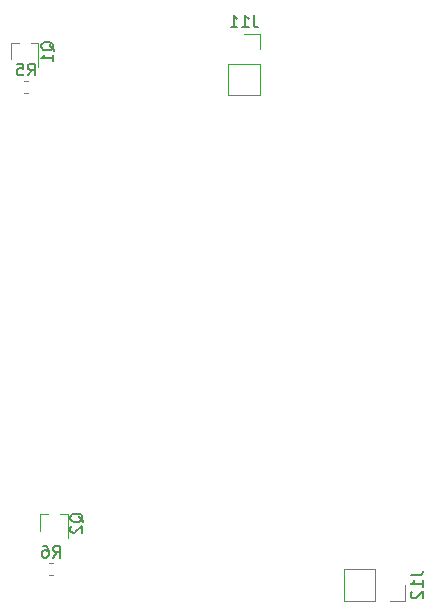
<source format=gbr>
%TF.GenerationSoftware,KiCad,Pcbnew,(5.1.6)-1*%
%TF.CreationDate,2021-05-14T12:36:34+02:00*%
%TF.ProjectId,nano1,6e616e6f-312e-46b6-9963-61645f706362,rev?*%
%TF.SameCoordinates,Original*%
%TF.FileFunction,Legend,Bot*%
%TF.FilePolarity,Positive*%
%FSLAX46Y46*%
G04 Gerber Fmt 4.6, Leading zero omitted, Abs format (unit mm)*
G04 Created by KiCad (PCBNEW (5.1.6)-1) date 2021-05-14 12:36:34*
%MOMM*%
%LPD*%
G01*
G04 APERTURE LIST*
%ADD10C,0.120000*%
%ADD11C,0.150000*%
G04 APERTURE END LIST*
D10*
%TO.C,J12*%
X132477200Y-91444120D02*
X132477200Y-88784120D01*
X135077200Y-91444120D02*
X132477200Y-91444120D01*
X135077200Y-88784120D02*
X132477200Y-88784120D01*
X135077200Y-91444120D02*
X135077200Y-88784120D01*
X136347200Y-91444120D02*
X137677200Y-91444120D01*
X137677200Y-91444120D02*
X137677200Y-90114120D01*
%TO.C,J11*%
X125358200Y-48650200D02*
X122698200Y-48650200D01*
X125358200Y-46050200D02*
X125358200Y-48650200D01*
X122698200Y-46050200D02*
X122698200Y-48650200D01*
X125358200Y-46050200D02*
X122698200Y-46050200D01*
X125358200Y-44780200D02*
X125358200Y-43450200D01*
X125358200Y-43450200D02*
X124028200Y-43450200D01*
%TO.C,R6*%
X107848619Y-89288080D02*
X107523061Y-89288080D01*
X107848619Y-88268080D02*
X107523061Y-88268080D01*
%TO.C,R5*%
X105704859Y-48465200D02*
X105379301Y-48465200D01*
X105704859Y-47445200D02*
X105379301Y-47445200D01*
%TO.C,Q2*%
X106754440Y-85541400D02*
X106754440Y-84131400D01*
X109074440Y-84131400D02*
X109074440Y-86161400D01*
X109074440Y-84131400D02*
X108414440Y-84131400D01*
X107414440Y-84131400D02*
X106754440Y-84131400D01*
%TO.C,Q1*%
X104290640Y-45607520D02*
X104290640Y-44197520D01*
X106610640Y-44197520D02*
X106610640Y-46227520D01*
X106610640Y-44197520D02*
X105950640Y-44197520D01*
X104950640Y-44197520D02*
X104290640Y-44197520D01*
%TO.C,J12*%
D11*
X138129580Y-89304596D02*
X138843866Y-89304596D01*
X138986723Y-89256977D01*
X139081961Y-89161739D01*
X139129580Y-89018881D01*
X139129580Y-88923643D01*
X139129580Y-90304596D02*
X139129580Y-89733167D01*
X139129580Y-90018881D02*
X138129580Y-90018881D01*
X138272438Y-89923643D01*
X138367676Y-89828405D01*
X138415295Y-89733167D01*
X138224819Y-90685548D02*
X138177200Y-90733167D01*
X138129580Y-90828405D01*
X138129580Y-91066500D01*
X138177200Y-91161739D01*
X138224819Y-91209358D01*
X138320057Y-91256977D01*
X138415295Y-91256977D01*
X138558152Y-91209358D01*
X139129580Y-90637929D01*
X139129580Y-91256977D01*
%TO.C,J11*%
X124837723Y-41902580D02*
X124837723Y-42616866D01*
X124885342Y-42759723D01*
X124980580Y-42854961D01*
X125123438Y-42902580D01*
X125218676Y-42902580D01*
X123837723Y-42902580D02*
X124409152Y-42902580D01*
X124123438Y-42902580D02*
X124123438Y-41902580D01*
X124218676Y-42045438D01*
X124313914Y-42140676D01*
X124409152Y-42188295D01*
X122885342Y-42902580D02*
X123456771Y-42902580D01*
X123171057Y-42902580D02*
X123171057Y-41902580D01*
X123266295Y-42045438D01*
X123361533Y-42140676D01*
X123456771Y-42188295D01*
%TO.C,R6*%
X107852506Y-87800460D02*
X108185840Y-87324270D01*
X108423935Y-87800460D02*
X108423935Y-86800460D01*
X108042982Y-86800460D01*
X107947744Y-86848080D01*
X107900125Y-86895699D01*
X107852506Y-86990937D01*
X107852506Y-87133794D01*
X107900125Y-87229032D01*
X107947744Y-87276651D01*
X108042982Y-87324270D01*
X108423935Y-87324270D01*
X106995363Y-86800460D02*
X107185840Y-86800460D01*
X107281078Y-86848080D01*
X107328697Y-86895699D01*
X107423935Y-87038556D01*
X107471554Y-87229032D01*
X107471554Y-87609984D01*
X107423935Y-87705222D01*
X107376316Y-87752841D01*
X107281078Y-87800460D01*
X107090601Y-87800460D01*
X106995363Y-87752841D01*
X106947744Y-87705222D01*
X106900125Y-87609984D01*
X106900125Y-87371889D01*
X106947744Y-87276651D01*
X106995363Y-87229032D01*
X107090601Y-87181413D01*
X107281078Y-87181413D01*
X107376316Y-87229032D01*
X107423935Y-87276651D01*
X107471554Y-87371889D01*
%TO.C,R5*%
X105708746Y-46977580D02*
X106042080Y-46501390D01*
X106280175Y-46977580D02*
X106280175Y-45977580D01*
X105899222Y-45977580D01*
X105803984Y-46025200D01*
X105756365Y-46072819D01*
X105708746Y-46168057D01*
X105708746Y-46310914D01*
X105756365Y-46406152D01*
X105803984Y-46453771D01*
X105899222Y-46501390D01*
X106280175Y-46501390D01*
X104803984Y-45977580D02*
X105280175Y-45977580D01*
X105327794Y-46453771D01*
X105280175Y-46406152D01*
X105184937Y-46358533D01*
X104946841Y-46358533D01*
X104851603Y-46406152D01*
X104803984Y-46453771D01*
X104756365Y-46549009D01*
X104756365Y-46787104D01*
X104803984Y-46882342D01*
X104851603Y-46929961D01*
X104946841Y-46977580D01*
X105184937Y-46977580D01*
X105280175Y-46929961D01*
X105327794Y-46882342D01*
%TO.C,Q2*%
X110412059Y-84816161D02*
X110364440Y-84720923D01*
X110269201Y-84625685D01*
X110126344Y-84482828D01*
X110078725Y-84387590D01*
X110078725Y-84292352D01*
X110316820Y-84339971D02*
X110269201Y-84244733D01*
X110173963Y-84149495D01*
X109983487Y-84101876D01*
X109650154Y-84101876D01*
X109459678Y-84149495D01*
X109364440Y-84244733D01*
X109316820Y-84339971D01*
X109316820Y-84530447D01*
X109364440Y-84625685D01*
X109459678Y-84720923D01*
X109650154Y-84768542D01*
X109983487Y-84768542D01*
X110173963Y-84720923D01*
X110269201Y-84625685D01*
X110316820Y-84530447D01*
X110316820Y-84339971D01*
X109412059Y-85149495D02*
X109364440Y-85197114D01*
X109316820Y-85292352D01*
X109316820Y-85530447D01*
X109364440Y-85625685D01*
X109412059Y-85673304D01*
X109507297Y-85720923D01*
X109602535Y-85720923D01*
X109745392Y-85673304D01*
X110316820Y-85101876D01*
X110316820Y-85720923D01*
%TO.C,Q1*%
X107948259Y-44882281D02*
X107900640Y-44787043D01*
X107805401Y-44691805D01*
X107662544Y-44548948D01*
X107614925Y-44453710D01*
X107614925Y-44358472D01*
X107853020Y-44406091D02*
X107805401Y-44310853D01*
X107710163Y-44215615D01*
X107519687Y-44167996D01*
X107186354Y-44167996D01*
X106995878Y-44215615D01*
X106900640Y-44310853D01*
X106853020Y-44406091D01*
X106853020Y-44596567D01*
X106900640Y-44691805D01*
X106995878Y-44787043D01*
X107186354Y-44834662D01*
X107519687Y-44834662D01*
X107710163Y-44787043D01*
X107805401Y-44691805D01*
X107853020Y-44596567D01*
X107853020Y-44406091D01*
X107853020Y-45787043D02*
X107853020Y-45215615D01*
X107853020Y-45501329D02*
X106853020Y-45501329D01*
X106995878Y-45406091D01*
X107091116Y-45310853D01*
X107138735Y-45215615D01*
%TD*%
M02*

</source>
